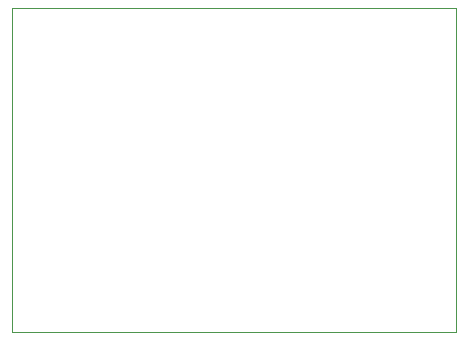
<source format=gko>
G04*
G04 #@! TF.GenerationSoftware,Altium Limited,Altium Designer,18.1.9 (240)*
G04*
G04 Layer_Color=16711935*
%FSLAX25Y25*%
%MOIN*%
G70*
G01*
G75*
%ADD27C,0.00394*%
D27*
Y108000D01*
X148000D01*
Y0D02*
Y108000D01*
X0Y0D02*
X148000D01*
M02*

</source>
